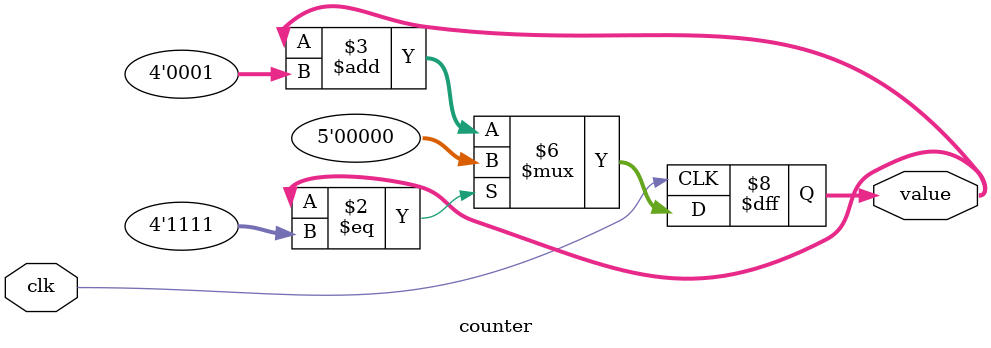
<source format=v>
module counter(clk, value);

	input wire clk;
	output reg [4:0] value;
	
	parameter
	ZERO = 4'b0000, // Começo do relogio
	MAX = 4'b1111;  // Fim do relogio
	
	initial begin
		value <= ZERO;
	end
	
	always @ (negedge clk) begin // LOOP
		if(value == MAX) begin
			value <= 4'b0000;
		end else begin
			value <= value + 4'b0001;
        end
	end

endmodule
</source>
